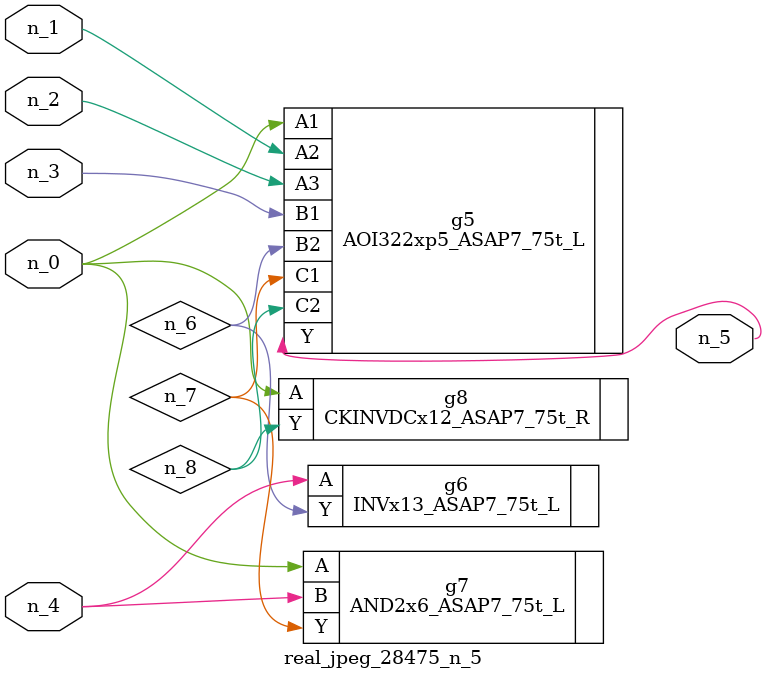
<source format=v>
module real_jpeg_28475_n_5 (n_4, n_0, n_1, n_2, n_3, n_5);

input n_4;
input n_0;
input n_1;
input n_2;
input n_3;

output n_5;

wire n_8;
wire n_6;
wire n_7;

AOI322xp5_ASAP7_75t_L g5 ( 
.A1(n_0),
.A2(n_1),
.A3(n_2),
.B1(n_3),
.B2(n_6),
.C1(n_7),
.C2(n_8),
.Y(n_5)
);

AND2x6_ASAP7_75t_L g7 ( 
.A(n_0),
.B(n_4),
.Y(n_7)
);

CKINVDCx12_ASAP7_75t_R g8 ( 
.A(n_0),
.Y(n_8)
);

INVx13_ASAP7_75t_L g6 ( 
.A(n_4),
.Y(n_6)
);


endmodule
</source>
